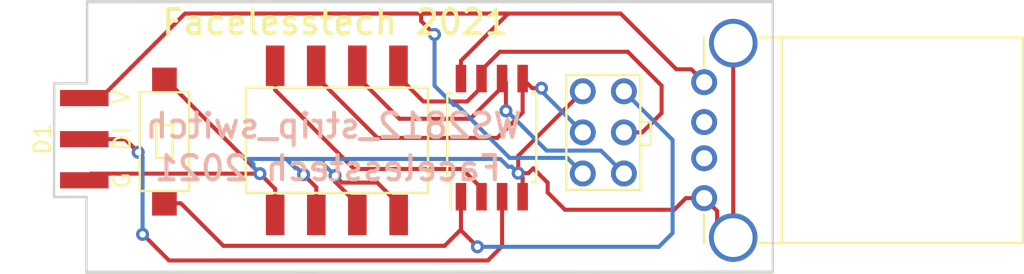
<source format=kicad_pcb>
(kicad_pcb (version 20171130) (host pcbnew 5.0.2+dfsg1-1~bpo9+1)

  (general
    (thickness 1.6)
    (drawings 12)
    (tracks 134)
    (zones 0)
    (modules 6)
    (nets 11)
  )

  (page A4)
  (layers
    (0 F.Cu signal)
    (31 B.Cu signal)
    (32 B.Adhes user)
    (33 F.Adhes user)
    (34 B.Paste user)
    (35 F.Paste user)
    (36 B.SilkS user)
    (37 F.SilkS user)
    (38 B.Mask user)
    (39 F.Mask user)
    (40 Dwgs.User user)
    (41 Cmts.User user)
    (42 Eco1.User user)
    (43 Eco2.User user)
    (44 Edge.Cuts user)
    (45 Margin user)
    (46 B.CrtYd user)
    (47 F.CrtYd user)
    (48 B.Fab user)
    (49 F.Fab user)
  )

  (setup
    (last_trace_width 0.25)
    (trace_clearance 0.2)
    (zone_clearance 0.508)
    (zone_45_only no)
    (trace_min 0.2)
    (segment_width 0.2)
    (edge_width 0.15)
    (via_size 0.8)
    (via_drill 0.4)
    (via_min_size 0.4)
    (via_min_drill 0.3)
    (uvia_size 0.3)
    (uvia_drill 0.1)
    (uvias_allowed no)
    (uvia_min_size 0.2)
    (uvia_min_drill 0.1)
    (pcb_text_width 0.3)
    (pcb_text_size 1.5 1.5)
    (mod_edge_width 0.15)
    (mod_text_size 1 1)
    (mod_text_width 0.15)
    (pad_size 1.524 1.524)
    (pad_drill 0.762)
    (pad_to_mask_clearance 0.051)
    (solder_mask_min_width 0.25)
    (aux_axis_origin 0 0)
    (visible_elements FFFFFF7F)
    (pcbplotparams
      (layerselection 0x010f0_ffffffff)
      (usegerberextensions false)
      (usegerberattributes false)
      (usegerberadvancedattributes false)
      (creategerberjobfile false)
      (excludeedgelayer true)
      (linewidth 0.100000)
      (plotframeref false)
      (viasonmask false)
      (mode 1)
      (useauxorigin false)
      (hpglpennumber 1)
      (hpglpenspeed 20)
      (hpglpendiameter 15.000000)
      (psnegative false)
      (psa4output false)
      (plotreference true)
      (plotvalue true)
      (plotinvisibletext false)
      (padsonsilk false)
      (subtractmaskfromsilk false)
      (outputformat 1)
      (mirror false)
      (drillshape 0)
      (scaleselection 1)
      (outputdirectory "gerbers/"))
  )

  (net 0 "")
  (net 1 "Net-(D1-Pad4)")
  (net 2 "Net-(D1-Pad1)")
  (net 3 "Net-(U1-Pad2)")
  (net 4 "Net-(D1-Pad3)")
  (net 5 "Net-(J1-Pad2)")
  (net 6 "Net-(J1-Pad3)")
  (net 7 "Net-(J2-Pad5)")
  (net 8 "Net-(J2-Pad3)")
  (net 9 "Net-(J2-Pad4)")
  (net 10 "Net-(J2-Pad1)")

  (net_class Default "This is the default net class."
    (clearance 0.2)
    (trace_width 0.25)
    (via_dia 0.8)
    (via_drill 0.4)
    (uvia_dia 0.3)
    (uvia_drill 0.1)
    (add_net "Net-(D1-Pad1)")
    (add_net "Net-(D1-Pad3)")
    (add_net "Net-(D1-Pad4)")
    (add_net "Net-(J1-Pad2)")
    (add_net "Net-(J1-Pad3)")
    (add_net "Net-(J2-Pad1)")
    (add_net "Net-(J2-Pad3)")
    (add_net "Net-(J2-Pad4)")
    (add_net "Net-(J2-Pad5)")
    (add_net "Net-(U1-Pad2)")
  )

  (module buttons_custom:4_pos_dip_smd (layer F.Cu) (tedit 5CB1EE63) (tstamp 5CBE7B33)
    (at 137.31 78.55 180)
    (path /5C851964)
    (fp_text reference U3 (at 0 1.1938 180) (layer F.SilkS) hide
      (effects (font (size 1 1) (thickness 0.15)))
    )
    (fp_text value 4_pos_dip_smd (at 0 -1.2192 180) (layer F.Fab) hide
      (effects (font (size 1 1) (thickness 0.15)))
    )
    (fp_line (start -5.6388 -3.2512) (end 5.6134 -3.2512) (layer F.SilkS) (width 0.15))
    (fp_line (start 5.6388 3.2512) (end -5.6388 3.2512) (layer F.SilkS) (width 0.15))
    (fp_line (start 5.6261 -3.2512) (end 5.6261 3.2512) (layer F.SilkS) (width 0.15))
    (fp_line (start -5.6388 -3.2512) (end -5.6388 3.2512) (layer F.SilkS) (width 0.15))
    (pad 1 smd rect (at -3.8227 -4.6101 180) (size 1.15 2.5) (layers F.Cu F.Paste F.Mask)
      (net 4 "Net-(D1-Pad3)"))
    (pad 2 smd rect (at -1.27 -4.6101 180) (size 1.15 2.5) (layers F.Cu F.Paste F.Mask)
      (net 4 "Net-(D1-Pad3)"))
    (pad 3 smd rect (at 1.26492 -4.6101 180) (size 1.15 2.5) (layers F.Cu F.Paste F.Mask)
      (net 4 "Net-(D1-Pad3)"))
    (pad 4 smd rect (at 3.80746 -4.6101 180) (size 1.15 2.5) (layers F.Cu F.Paste F.Mask)
      (net 4 "Net-(D1-Pad3)"))
    (pad 5 smd rect (at 3.80746 4.60756 180) (size 1.15 2.5) (layers F.Cu F.Paste F.Mask)
      (net 3 "Net-(U1-Pad2)"))
    (pad 6 smd rect (at 1.27 4.60756 180) (size 1.15 2.5) (layers F.Cu F.Paste F.Mask)
      (net 9 "Net-(J2-Pad4)"))
    (pad 7 smd rect (at -1.27 4.60756 180) (size 1.15 2.5) (layers F.Cu F.Paste F.Mask)
      (net 10 "Net-(J2-Pad1)"))
    (pad 8 smd rect (at -3.81 4.60756 180) (size 1.15 2.5) (layers F.Cu F.Paste F.Mask)
      (net 8 "Net-(J2-Pad3)"))
  )

  (module usb_custom:male_usb_custom (layer F.Cu) (tedit 5FF98F18) (tstamp 60061BA6)
    (at 160.01 78.54 270)
    (path /5FF99C28)
    (fp_text reference J1 (at 0 4.7752 270) (layer F.SilkS) hide
      (effects (font (size 1 1) (thickness 0.15)))
    )
    (fp_text value USB_A (at 0 2.6924 270) (layer F.Fab) hide
      (effects (font (size 1 1) (thickness 0.15)))
    )
    (fp_line (start -6.34492 -3.31216) (end -6.34492 -19.69516) (layer F.SilkS) (width 0.15))
    (fp_line (start 6.36016 -3.30708) (end 6.36016 -19.69008) (layer F.SilkS) (width 0.15))
    (fp_line (start -6.34492 -19.70024) (end 6.35508 -19.70024) (layer F.SilkS) (width 0.15))
    (fp_line (start 6.36016 0.01016) (end 4.53136 0.01016) (layer F.SilkS) (width 0.15))
    (fp_line (start -4.5212 0.00508) (end -6.35 0.00508) (layer F.SilkS) (width 0.15))
    (fp_line (start -6.33476 -4.79552) (end 6.36524 -4.79552) (layer F.SilkS) (width 0.15))
    (pad 1 thru_hole circle (at -3.5814 0 270) (size 1.6 1.6) (drill 1) (layers *.Cu *.Mask)
      (net 2 "Net-(D1-Pad1)"))
    (pad 2 thru_hole circle (at -1.1176 0 270) (size 1.6 1.6) (drill 1) (layers *.Cu *.Mask)
      (net 5 "Net-(J1-Pad2)"))
    (pad 3 thru_hole circle (at 1.1176 0 270) (size 1.6 1.6) (drill 1) (layers *.Cu *.Mask)
      (net 6 "Net-(J1-Pad3)"))
    (pad 4 thru_hole circle (at 3.5814 0 270) (size 1.6 1.6) (drill 1) (layers *.Cu *.Mask)
      (net 4 "Net-(D1-Pad3)"))
    (pad 4 thru_hole circle (at 6.0198 -1.79324 270) (size 3 3) (drill 2.4) (layers *.Cu *.Mask)
      (net 4 "Net-(D1-Pad3)"))
    (pad 4 thru_hole circle (at -5.9944 -1.79832 270) (size 3 3) (drill 2.4) (layers *.Cu *.Mask)
      (net 4 "Net-(D1-Pad3)"))
  )

  (module Package_SO:SOIJ-8_5.3x5.3mm_P1.27mm (layer F.Cu) (tedit 5CB1EE6E) (tstamp 5CBE7BFD)
    (at 146.8882 78.3844 90)
    (descr "8-Lead Plastic Small Outline (SM) - Medium, 5.28 mm Body [SOIC] (see Microchip Packaging Specification 00000049BS.pdf)")
    (tags "SOIC 1.27")
    (path /5C742839)
    (attr smd)
    (fp_text reference U1 (at 0 -3.68 90) (layer F.SilkS) hide
      (effects (font (size 1 1) (thickness 0.15)))
    )
    (fp_text value ATtiny85-20SU (at 0 3.68 90) (layer F.Fab) hide
      (effects (font (size 1 1) (thickness 0.15)))
    )
    (fp_text user %R (at 0 0 90) (layer F.Fab) hide
      (effects (font (size 1 1) (thickness 0.15)))
    )
    (fp_line (start -1.65 -2.65) (end 2.65 -2.65) (layer F.Fab) (width 0.15))
    (fp_line (start 2.65 -2.65) (end 2.65 2.65) (layer F.Fab) (width 0.15))
    (fp_line (start 2.65 2.65) (end -2.65 2.65) (layer F.Fab) (width 0.15))
    (fp_line (start -2.65 2.65) (end -2.65 -1.65) (layer F.Fab) (width 0.15))
    (fp_line (start -2.65 -1.65) (end -1.65 -2.65) (layer F.Fab) (width 0.15))
    (fp_line (start -4.75 -2.95) (end -4.75 2.95) (layer F.CrtYd) (width 0.05))
    (fp_line (start 4.75 -2.95) (end 4.75 2.95) (layer F.CrtYd) (width 0.05))
    (fp_line (start -4.75 -2.95) (end 4.75 -2.95) (layer F.CrtYd) (width 0.05))
    (fp_line (start -4.75 2.95) (end 4.75 2.95) (layer F.CrtYd) (width 0.05))
    (fp_line (start -2.75 -2.755) (end -2.75 -2.55) (layer F.SilkS) (width 0.15))
    (fp_line (start 2.75 -2.755) (end 2.75 -2.455) (layer F.SilkS) (width 0.15))
    (fp_line (start 2.75 2.755) (end 2.75 2.455) (layer F.SilkS) (width 0.15))
    (fp_line (start -2.75 2.755) (end -2.75 2.455) (layer F.SilkS) (width 0.15))
    (fp_line (start -2.75 -2.755) (end 2.75 -2.755) (layer F.SilkS) (width 0.15))
    (fp_line (start -2.75 2.755) (end 2.75 2.755) (layer F.SilkS) (width 0.15))
    (fp_line (start -2.75 -2.55) (end -4.5 -2.55) (layer F.SilkS) (width 0.15))
    (pad 1 smd rect (at -3.65 -1.905 90) (size 1.7 0.65) (layers F.Cu F.Paste F.Mask)
      (net 7 "Net-(J2-Pad5)"))
    (pad 2 smd rect (at -3.65 -0.635 90) (size 1.7 0.65) (layers F.Cu F.Paste F.Mask)
      (net 3 "Net-(U1-Pad2)"))
    (pad 3 smd rect (at -3.65 0.635 90) (size 1.7 0.65) (layers F.Cu F.Paste F.Mask)
      (net 1 "Net-(D1-Pad4)"))
    (pad 4 smd rect (at -3.65 1.905 90) (size 1.7 0.65) (layers F.Cu F.Paste F.Mask)
      (net 4 "Net-(D1-Pad3)"))
    (pad 5 smd rect (at 3.65 1.905 90) (size 1.7 0.65) (layers F.Cu F.Paste F.Mask)
      (net 9 "Net-(J2-Pad4)"))
    (pad 6 smd rect (at 3.65 0.635 90) (size 1.7 0.65) (layers F.Cu F.Paste F.Mask)
      (net 10 "Net-(J2-Pad1)"))
    (pad 7 smd rect (at 3.65 -0.635 90) (size 1.7 0.65) (layers F.Cu F.Paste F.Mask)
      (net 8 "Net-(J2-Pad3)"))
    (pad 8 smd rect (at 3.65 -1.905 90) (size 1.7 0.65) (layers F.Cu F.Paste F.Mask)
      (net 2 "Net-(D1-Pad1)"))
    (model ${KISYS3DMOD}/Package_SO.3dshapes/SOIJ-8_5.3x5.3mm_P1.27mm.wrl
      (at (xyz 0 0 0))
      (scale (xyz 1 1 1))
      (rotate (xyz 0 0 0))
    )
  )

  (module buttons_custom:SMD_2pin_button_custom (layer F.Cu) (tedit 5FF98F06) (tstamp 60061C34)
    (at 126.66 78.63 90)
    (path /5FF9C48B)
    (fp_text reference SW1 (at 0 2.794 90) (layer F.SilkS) hide
      (effects (font (size 1 1) (thickness 0.15)))
    )
    (fp_text value SW_Push (at 0 -2.794 90) (layer F.Fab) hide
      (effects (font (size 1 1) (thickness 0.15)))
    )
    (fp_line (start -3.048 -1.524) (end 3.048 -1.524) (layer F.SilkS) (width 0.15))
    (fp_line (start 3.048 -1.524) (end 3.048 1.524) (layer F.SilkS) (width 0.15))
    (fp_line (start 3.048 1.524) (end -3.048 1.524) (layer F.SilkS) (width 0.15))
    (fp_line (start -3.048 1.524) (end -3.048 -1.524) (layer F.SilkS) (width 0.15))
    (fp_line (start -1.016 -0.508) (end 1.016 -0.508) (layer F.SilkS) (width 0.15))
    (fp_line (start 1.016 -0.508) (end 1.016 0.508) (layer F.SilkS) (width 0.15))
    (fp_line (start 1.016 0.508) (end -1.016 0.508) (layer F.SilkS) (width 0.15))
    (fp_line (start -1.016 0.508) (end -1.016 -0.508) (layer F.SilkS) (width 0.15))
    (pad 1 smd rect (at 3.81 0 90) (size 1.524 1.524) (layers F.Cu F.Paste F.Mask)
      (net 4 "Net-(D1-Pad3)"))
    (pad 2 smd rect (at -3.81 0 90) (size 1.524 1.524) (layers F.Cu F.Paste F.Mask)
      (net 7 "Net-(J2-Pad5)"))
  )

  (module ISP_6pin_small_custom:ISP_6pin_small_custom (layer F.Cu) (tedit 5FFAEB7A) (tstamp 60077C5E)
    (at 153.78 78.06 270)
    (path /5FFAED0B)
    (fp_text reference J2 (at -4.572 0) (layer F.SilkS) hide
      (effects (font (size 1 1) (thickness 0.15)))
    )
    (fp_text value AVR-ISP-6 (at 4.699 0) (layer F.Fab) hide
      (effects (font (size 1 1) (thickness 0.15)))
    )
    (fp_line (start 0.762 -2.921) (end -0.635 -2.921) (layer F.SilkS) (width 0.15))
    (fp_line (start -0.635 -2.286) (end -0.635 -2.921) (layer F.SilkS) (width 0.15))
    (fp_line (start 0.762 -2.921) (end 0.762 -2.286) (layer F.SilkS) (width 0.15))
    (fp_line (start -3.429 -2.286) (end 3.556 -2.286) (layer F.SilkS) (width 0.15))
    (fp_line (start 3.556 -2.286) (end 3.556 2.286) (layer F.SilkS) (width 0.15))
    (fp_line (start 3.556 2.286) (end -3.556 2.286) (layer F.SilkS) (width 0.15))
    (fp_line (start -3.556 2.286) (end -3.556 -2.286) (layer F.SilkS) (width 0.15))
    (pad 5 thru_hole circle (at -2.54 -1.27 270) (size 1.6 1.6) (drill 1) (layers *.Cu *.Mask)
      (net 7 "Net-(J2-Pad5)"))
    (pad 3 thru_hole circle (at 0 -1.27 270) (size 1.6 1.6) (drill 1) (layers *.Cu *.Mask)
      (net 8 "Net-(J2-Pad3)"))
    (pad 4 thru_hole circle (at 0 1.27 270) (size 1.6 1.6) (drill 1) (layers *.Cu *.Mask)
      (net 9 "Net-(J2-Pad4)"))
    (pad 6 thru_hole circle (at -2.54 1.27 270) (size 1.6 1.6) (drill 1) (layers *.Cu *.Mask)
      (net 4 "Net-(D1-Pad3)"))
    (pad 1 thru_hole circle (at 2.54 -1.27 270) (size 1.6 1.6) (drill 1) (layers *.Cu *.Mask)
      (net 10 "Net-(J2-Pad1)"))
    (pad 2 thru_hole circle (at 2.54 1.27 270) (size 1.6 1.6) (drill 1) (layers *.Cu *.Mask)
      (net 2 "Net-(D1-Pad1)"))
  )

  (module LED_custom:ws2812_header_custom_smd_strip (layer F.Cu) (tedit 60102FEA) (tstamp 60232551)
    (at 121.71 78.48 90)
    (path /5C7447A0)
    (fp_text reference D1 (at 0.00508 -2.58572 90) (layer F.SilkS)
      (effects (font (size 1 1) (thickness 0.15)))
    )
    (fp_text value WS2812B (at 0.00254 -4.36118 90) (layer F.Fab)
      (effects (font (size 1 1) (thickness 0.15)))
    )
    (fp_text user DI (at 0.03556 2.3368 90) (layer F.SilkS)
      (effects (font (size 1 1) (thickness 0.15)))
    )
    (fp_text user V (at 2.60604 2.3368 90) (layer F.SilkS)
      (effects (font (size 1 1) (thickness 0.15)))
    )
    (fp_text user G (at -2.56032 2.3368 90) (layer F.SilkS)
      (effects (font (size 1 1) (thickness 0.15)))
    )
    (pad 3 smd rect (at -2.54 0 90) (size 1 3) (layers F.Cu F.Paste F.Mask)
      (net 4 "Net-(D1-Pad3)"))
    (pad 4 smd rect (at 0 0 90) (size 1 3) (layers F.Cu F.Paste F.Mask)
      (net 1 "Net-(D1-Pad4)"))
    (pad 1 smd rect (at 2.54 0 90) (size 1 3) (layers F.Cu F.Paste F.Mask)
      (net 2 "Net-(D1-Pad1)"))
  )

  (gr_line (start 119.84 82.05) (end 121.87 82.05) (layer Edge.Cuts) (width 0.15) (tstamp 602325A4))
  (gr_line (start 119.84 75.03) (end 121.87 75.03) (layer Edge.Cuts) (width 0.15))
  (gr_line (start 119.84 82.05) (end 119.85 82.05) (layer Edge.Cuts) (width 0.15))
  (gr_line (start 119.85 75.04) (end 119.84 82.05) (layer Edge.Cuts) (width 0.15))
  (gr_line (start 164.25 69.98) (end 164.25 86.69) (layer Edge.Cuts) (width 0.15))
  (gr_line (start 121.89 69.99) (end 164.24 69.98) (layer Edge.Cuts) (width 0.2))
  (gr_line (start 121.86 86.7) (end 164.21 86.69) (layer Edge.Cuts) (width 0.2) (tstamp 60077D29))
  (gr_line (start 121.84 82.06) (end 121.84 86.73) (layer Edge.Cuts) (width 0.15))
  (gr_line (start 121.88 75.03) (end 121.88 69.99) (layer Edge.Cuts) (width 0.15))
  (gr_text "Facelesstech 2021" (at 137.21 71.26) (layer F.SilkS) (tstamp 6006206C)
    (effects (font (size 1.5 1.5) (thickness 0.25)))
  )
  (gr_text WS2812_strip_switch (at 137.11 77.65) (layer B.SilkS) (tstamp 6006206C)
    (effects (font (size 1.5 1.5) (thickness 0.25)) (justify mirror))
  )
  (gr_text "Facelesstech 2021" (at 136.75 80.28) (layer B.SilkS) (tstamp 5CCA4735)
    (effects (font (size 1.5 1.5) (thickness 0.25)) (justify mirror))
  )

  (segment (start 147.5232 82.0344) (end 147.5232 85.0968) (width 0.25) (layer F.Cu) (net 1))
  (segment (start 146.644999 85.975001) (end 126.945001 85.975001) (width 0.25) (layer F.Cu) (net 1))
  (segment (start 147.5232 85.0968) (end 146.644999 85.975001) (width 0.25) (layer F.Cu) (net 1))
  (via (at 125.31 84.36) (size 0.8) (drill 0.4) (layers F.Cu B.Cu) (net 1))
  (segment (start 125.33 84.36) (end 125.31 84.36) (width 0.25) (layer F.Cu) (net 1))
  (segment (start 126.945001 85.975001) (end 125.33 84.36) (width 0.25) (layer F.Cu) (net 1))
  (via (at 125.04 79.29) (size 0.8) (drill 0.4) (layers F.Cu B.Cu) (net 1))
  (segment (start 125.31 79.56) (end 125.04 79.29) (width 0.25) (layer B.Cu) (net 1))
  (segment (start 125.31 84.36) (end 125.31 79.56) (width 0.25) (layer B.Cu) (net 1))
  (segment (start 124.23 78.48) (end 121.71 78.48) (width 0.25) (layer F.Cu) (net 1))
  (segment (start 125.04 79.29) (end 124.23 78.48) (width 0.25) (layer F.Cu) (net 1))
  (segment (start 147.899 70.7186) (end 147.93 70.7186) (width 0.25) (layer F.Cu) (net 2))
  (segment (start 144.9832 73.6344) (end 147.899 70.7186) (width 0.25) (layer F.Cu) (net 2))
  (segment (start 144.9832 74.7344) (end 144.9832 73.6344) (width 0.25) (layer F.Cu) (net 2))
  (segment (start 147.991421 79.635011) (end 144.72641 76.37) (width 0.25) (layer B.Cu) (net 2))
  (segment (start 151.545011 79.635011) (end 147.991421 79.635011) (width 0.25) (layer B.Cu) (net 2))
  (segment (start 152.51 80.6) (end 151.545011 79.635011) (width 0.25) (layer B.Cu) (net 2))
  (segment (start 144.72641 76.37) (end 144.54 76.37) (width 0.25) (layer B.Cu) (net 2))
  (segment (start 143.35 75.18) (end 143.35 72.01) (width 0.25) (layer B.Cu) (net 2))
  (via (at 143.35 72.01) (size 0.8) (drill 0.4) (layers F.Cu B.Cu) (net 2))
  (segment (start 144.54 76.37) (end 143.35 75.18) (width 0.25) (layer B.Cu) (net 2))
  (segment (start 142.52 71.18) (end 142.52 70.7186) (width 0.25) (layer F.Cu) (net 2))
  (segment (start 143.35 72.01) (end 142.52 71.18) (width 0.25) (layer F.Cu) (net 2))
  (segment (start 159.210001 74.158601) (end 158.288601 74.158601) (width 0.25) (layer F.Cu) (net 2))
  (segment (start 160.01 74.9586) (end 159.210001 74.158601) (width 0.25) (layer F.Cu) (net 2))
  (segment (start 158.288601 74.158601) (end 154.8486 70.7186) (width 0.25) (layer F.Cu) (net 2))
  (segment (start 147.6 70.7186) (end 147.93 70.7186) (width 0.25) (layer F.Cu) (net 2))
  (segment (start 154.8486 70.7186) (end 147.6 70.7186) (width 0.25) (layer F.Cu) (net 2))
  (segment (start 121.71 75.94) (end 122.71 75.94) (width 0.25) (layer F.Cu) (net 2))
  (segment (start 142.52 70.7186) (end 142.96 70.7186) (width 0.25) (layer F.Cu) (net 2))
  (segment (start 127.9314 70.7186) (end 142.96 70.7186) (width 0.25) (layer F.Cu) (net 2))
  (segment (start 122.71 75.94) (end 127.9314 70.7186) (width 0.25) (layer F.Cu) (net 2))
  (segment (start 142.96 70.7186) (end 147.6 70.7186) (width 0.25) (layer F.Cu) (net 2))
  (segment (start 133.50254 75.44244) (end 138.3801 80.32) (width 0.25) (layer F.Cu) (net 3))
  (segment (start 133.50254 73.94244) (end 133.50254 75.44244) (width 0.25) (layer F.Cu) (net 3))
  (segment (start 146.2532 81.5094) (end 146.2532 82.0344) (width 0.25) (layer F.Cu) (net 3))
  (segment (start 145.0638 80.32) (end 146.2532 81.5094) (width 0.25) (layer F.Cu) (net 3))
  (segment (start 138.3801 80.32) (end 145.0638 80.32) (width 0.25) (layer F.Cu) (net 3))
  (via (at 148.52 80.58) (size 0.8) (drill 0.4) (layers F.Cu B.Cu) (net 4))
  (segment (start 148.7932 80.8532) (end 148.52 80.58) (width 0.25) (layer F.Cu) (net 4))
  (segment (start 148.7932 82.0344) (end 148.7932 80.8532) (width 0.25) (layer F.Cu) (net 4))
  (segment (start 148.120001 80.180001) (end 147.900001 80.180001) (width 0.25) (layer B.Cu) (net 4))
  (segment (start 148.52 80.58) (end 148.120001 80.180001) (width 0.25) (layer B.Cu) (net 4))
  (segment (start 147.900001 80.180001) (end 147.42 79.7) (width 0.25) (layer B.Cu) (net 4))
  (via (at 132.56 80.61) (size 0.8) (drill 0.4) (layers F.Cu B.Cu) (net 4))
  (segment (start 133.50254 81.55254) (end 132.56 80.61) (width 0.25) (layer F.Cu) (net 4))
  (segment (start 133.50254 83.1601) (end 133.50254 81.55254) (width 0.25) (layer F.Cu) (net 4))
  (segment (start 132.160001 80.020001) (end 131.84 79.7) (width 0.25) (layer B.Cu) (net 4))
  (segment (start 132.160001 80.210001) (end 132.160001 80.020001) (width 0.25) (layer B.Cu) (net 4))
  (segment (start 132.56 80.61) (end 132.160001 80.210001) (width 0.25) (layer B.Cu) (net 4))
  (segment (start 136.04508 81.45508) (end 135.26 80.67) (width 0.25) (layer F.Cu) (net 4))
  (via (at 135.26 80.67) (size 0.8) (drill 0.4) (layers F.Cu B.Cu) (net 4))
  (segment (start 136.04508 83.1601) (end 136.04508 81.45508) (width 0.25) (layer F.Cu) (net 4))
  (segment (start 134.750001 80.270001) (end 134.18 79.7) (width 0.25) (layer B.Cu) (net 4))
  (segment (start 134.860001 80.270001) (end 134.750001 80.270001) (width 0.25) (layer B.Cu) (net 4))
  (segment (start 131.84 79.7) (end 134.18 79.7) (width 0.25) (layer B.Cu) (net 4))
  (segment (start 135.26 80.67) (end 134.860001 80.270001) (width 0.25) (layer B.Cu) (net 4))
  (segment (start 137.2 81.1051) (end 137.2 80.73) (width 0.25) (layer F.Cu) (net 4))
  (via (at 137.2 80.73) (size 0.8) (drill 0.4) (layers F.Cu B.Cu) (net 4))
  (segment (start 138.58 82.4851) (end 137.2 81.1051) (width 0.25) (layer F.Cu) (net 4))
  (segment (start 138.58 83.1601) (end 138.58 82.4851) (width 0.25) (layer F.Cu) (net 4))
  (segment (start 136.45 79.98) (end 136.45 79.7) (width 0.25) (layer B.Cu) (net 4))
  (segment (start 136.45 79.7) (end 147.42 79.7) (width 0.25) (layer B.Cu) (net 4))
  (segment (start 137.2 80.73) (end 136.45 79.98) (width 0.25) (layer B.Cu) (net 4))
  (segment (start 134.18 79.7) (end 136.45 79.7) (width 0.25) (layer B.Cu) (net 4))
  (segment (start 141.1327 82.4851) (end 139.81 81.1624) (width 0.25) (layer F.Cu) (net 4))
  (segment (start 141.1327 83.1601) (end 141.1327 82.4851) (width 0.25) (layer F.Cu) (net 4))
  (segment (start 137.6324 81.1624) (end 137.2 80.73) (width 0.25) (layer F.Cu) (net 4))
  (segment (start 139.81 81.1624) (end 137.6324 81.1624) (width 0.25) (layer F.Cu) (net 4))
  (segment (start 148.52 79.51) (end 148.52 80.58) (width 0.25) (layer F.Cu) (net 4))
  (segment (start 152.51 75.52) (end 148.52 79.51) (width 0.25) (layer F.Cu) (net 4))
  (segment (start 158.87863 82.1214) (end 158.16003 82.84) (width 0.25) (layer F.Cu) (net 4))
  (segment (start 160.01 82.1214) (end 158.87863 82.1214) (width 0.25) (layer F.Cu) (net 4))
  (segment (start 158.16003 82.84) (end 151.41 82.84) (width 0.25) (layer F.Cu) (net 4))
  (segment (start 151.41 82.84) (end 150.34 81.77) (width 0.25) (layer F.Cu) (net 4))
  (segment (start 150.34 81.77) (end 150.34 81.17) (width 0.25) (layer F.Cu) (net 4))
  (segment (start 150.34 81.17) (end 149.45 80.28) (width 0.25) (layer F.Cu) (net 4))
  (segment (start 149.15 80.58) (end 148.52 80.58) (width 0.25) (layer F.Cu) (net 4))
  (segment (start 149.45 80.28) (end 149.15 80.58) (width 0.25) (layer F.Cu) (net 4))
  (segment (start 161.80324 72.55068) (end 161.80832 72.5456) (width 0.25) (layer F.Cu) (net 4))
  (segment (start 161.80324 84.5598) (end 161.80324 72.55068) (width 0.25) (layer F.Cu) (net 4))
  (segment (start 160.809999 83.566559) (end 161.80324 84.5598) (width 0.25) (layer F.Cu) (net 4))
  (segment (start 160.809999 82.921399) (end 160.809999 83.566559) (width 0.25) (layer F.Cu) (net 4))
  (segment (start 160.01 82.1214) (end 160.809999 82.921399) (width 0.25) (layer F.Cu) (net 4))
  (segment (start 126.77 74.82) (end 126.66 74.82) (width 0.25) (layer F.Cu) (net 4))
  (segment (start 132.56 80.61) (end 126.77 74.82) (width 0.25) (layer F.Cu) (net 4))
  (segment (start 122.12 80.61) (end 121.71 81.02) (width 0.25) (layer F.Cu) (net 4))
  (segment (start 132.56 80.61) (end 122.12 80.61) (width 0.25) (layer F.Cu) (net 4))
  (segment (start 127.672 82.44) (end 130.302 85.07) (width 0.25) (layer F.Cu) (net 7))
  (segment (start 126.66 82.44) (end 127.672 82.44) (width 0.25) (layer F.Cu) (net 7))
  (segment (start 130.302 85.07) (end 143.97 85.07) (width 0.25) (layer F.Cu) (net 7))
  (segment (start 144.9832 84.0568) (end 144.9832 82.0344) (width 0.25) (layer F.Cu) (net 7))
  (segment (start 143.97 85.07) (end 144.9832 84.0568) (width 0.25) (layer F.Cu) (net 7))
  (via (at 146 85.13) (size 0.8) (drill 0.4) (layers F.Cu B.Cu) (net 7))
  (segment (start 144.9832 84.1132) (end 146 85.13) (width 0.25) (layer F.Cu) (net 7))
  (segment (start 144.9832 84.0568) (end 144.9832 84.1132) (width 0.25) (layer F.Cu) (net 7))
  (segment (start 146 85.13) (end 157.21 85.13) (width 0.25) (layer B.Cu) (net 7))
  (segment (start 157.21 85.13) (end 158.06 84.28) (width 0.25) (layer B.Cu) (net 7))
  (segment (start 158.06 78.53) (end 155.05 75.52) (width 0.25) (layer B.Cu) (net 7))
  (segment (start 158.06 84.28) (end 158.06 78.53) (width 0.25) (layer B.Cu) (net 7))
  (segment (start 141.12 74.61744) (end 142.65256 76.15) (width 0.25) (layer F.Cu) (net 8))
  (segment (start 141.12 73.94244) (end 141.12 74.61744) (width 0.25) (layer F.Cu) (net 8))
  (segment (start 146.2532 75.2594) (end 146.2532 74.7344) (width 0.25) (layer F.Cu) (net 8))
  (segment (start 145.3626 76.15) (end 146.2532 75.2594) (width 0.25) (layer F.Cu) (net 8))
  (segment (start 142.65256 76.15) (end 145.3626 76.15) (width 0.25) (layer F.Cu) (net 8))
  (segment (start 156.18137 78.06) (end 157.38 76.86137) (width 0.25) (layer F.Cu) (net 8))
  (segment (start 155.05 78.06) (end 156.18137 78.06) (width 0.25) (layer F.Cu) (net 8))
  (segment (start 157.38 76.86137) (end 157.38 75.17) (width 0.25) (layer F.Cu) (net 8))
  (segment (start 157.38 75.17) (end 155.29 73.08) (width 0.25) (layer F.Cu) (net 8))
  (segment (start 146.2532 74.2094) (end 146.2532 74.7344) (width 0.25) (layer F.Cu) (net 8))
  (segment (start 147.3826 73.08) (end 146.2532 74.2094) (width 0.25) (layer F.Cu) (net 8))
  (segment (start 155.29 73.08) (end 147.3826 73.08) (width 0.25) (layer F.Cu) (net 8))
  (segment (start 136.04 74.61744) (end 139.82256 78.4) (width 0.25) (layer F.Cu) (net 9))
  (segment (start 136.04 73.94244) (end 136.04 74.61744) (width 0.25) (layer F.Cu) (net 9))
  (segment (start 139.82256 78.4) (end 147.23 78.4) (width 0.25) (layer F.Cu) (net 9))
  (segment (start 148.7932 76.8368) (end 148.7932 74.7344) (width 0.25) (layer F.Cu) (net 9))
  (segment (start 147.23 78.4) (end 148.7932 76.8368) (width 0.25) (layer F.Cu) (net 9))
  (segment (start 149.96 75.51) (end 149.96 75.33) (width 0.25) (layer B.Cu) (net 9))
  (via (at 149.96 75.33) (size 0.8) (drill 0.4) (layers F.Cu B.Cu) (net 9))
  (segment (start 152.51 78.06) (end 149.96 75.51) (width 0.25) (layer B.Cu) (net 9))
  (segment (start 149.3888 75.33) (end 148.7932 74.7344) (width 0.25) (layer F.Cu) (net 9))
  (segment (start 149.96 75.33) (end 149.3888 75.33) (width 0.25) (layer F.Cu) (net 9))
  (segment (start 138.58 74.61744) (end 141.18256 77.22) (width 0.25) (layer F.Cu) (net 10))
  (segment (start 138.58 73.94244) (end 138.58 74.61744) (width 0.25) (layer F.Cu) (net 10))
  (segment (start 147.5232 75.2594) (end 147.5232 74.7344) (width 0.25) (layer F.Cu) (net 10))
  (segment (start 145.5626 77.22) (end 147.5232 75.2594) (width 0.25) (layer F.Cu) (net 10))
  (segment (start 141.18256 77.22) (end 145.5626 77.22) (width 0.25) (layer F.Cu) (net 10))
  (segment (start 153.635001 79.185001) (end 150.274999 79.185001) (width 0.25) (layer B.Cu) (net 10))
  (segment (start 155.05 80.6) (end 153.635001 79.185001) (width 0.25) (layer B.Cu) (net 10))
  (segment (start 147.819998 76.73) (end 147.76 76.73) (width 0.25) (layer B.Cu) (net 10))
  (via (at 147.76 76.73) (size 0.8) (drill 0.4) (layers F.Cu B.Cu) (net 10))
  (segment (start 150.274999 79.185001) (end 147.819998 76.73) (width 0.25) (layer B.Cu) (net 10))
  (segment (start 147.76 74.9712) (end 147.5232 74.7344) (width 0.25) (layer F.Cu) (net 10))
  (segment (start 147.76 76.73) (end 147.76 74.9712) (width 0.25) (layer F.Cu) (net 10))

)

</source>
